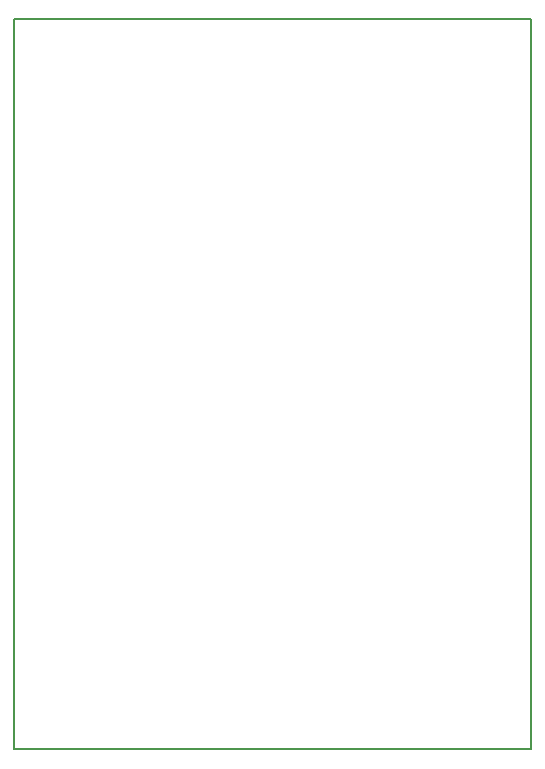
<source format=gko>
G04*
G04 #@! TF.GenerationSoftware,Altium Limited,Altium Designer,24.2.2 (26)*
G04*
G04 Layer_Color=16711935*
%FSLAX26Y26*%
%MOIN*%
G70*
G04*
G04 #@! TF.SameCoordinates,6E19E911-B848-4C60-9216-CC5A1203C33B*
G04*
G04*
G04 #@! TF.FilePolarity,Positive*
G04*
G01*
G75*
%ADD12C,0.007874*%
D12*
X0Y0D02*
X1721435D01*
Y2434848D01*
X0D02*
X1721435D01*
X0Y0D02*
Y2434848D01*
M02*

</source>
